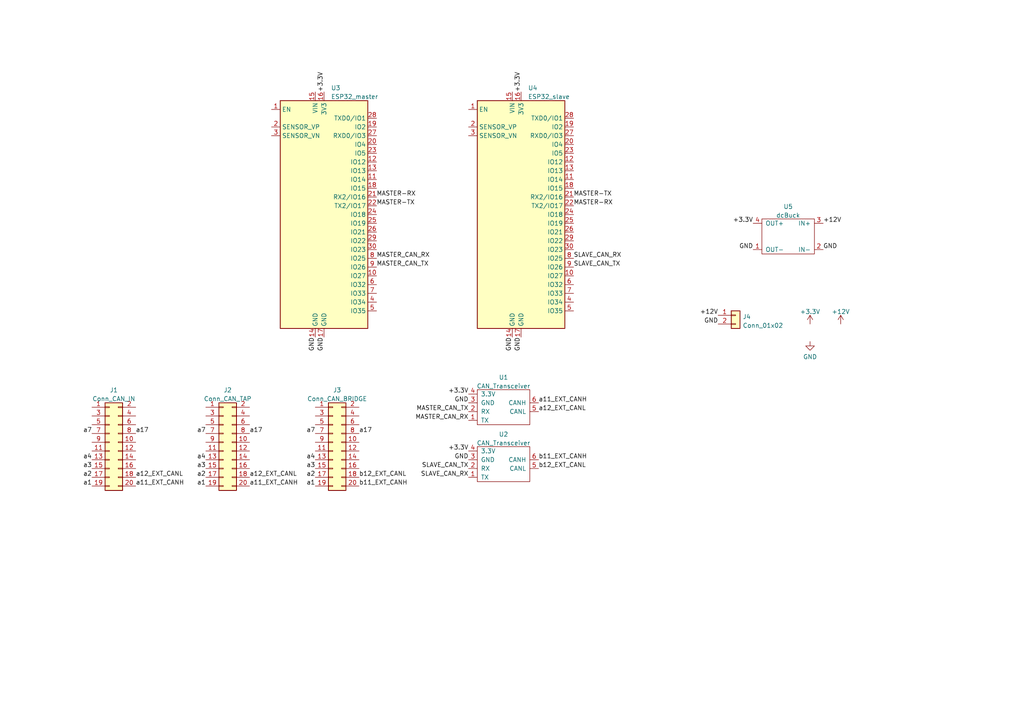
<source format=kicad_sch>
(kicad_sch (version 20211123) (generator eeschema)
  (paper "A4")
  (lib_symbols
    (symbol "Connector_Generic:Conn_01x02" (pin_names (offset 1.016) hide)
      (property "Reference" "J" (at 0 2.54 0))
      (property "Value" "Conn_01x02" (at 0 -5.08 0))
      (symbol "Conn_01x02_1_1"
        (rectangle (start -1.27 -2.413) (end 0 -2.667) (stroke (width 0.1524)))
        (rectangle (start -1.27 0.127) (end 0 -0.127) (stroke (width 0.1524)))
        (rectangle (start -1.27 1.27) (end 1.27 -3.81) (stroke (width 0.254)) (fill (type background)))
        (pin passive line (at -5.08 0 0) (length 3.81) (name "Pin_1") (number "1"))
        (pin passive line (at -5.08 -2.54 0) (length 3.81) (name "Pin_2") (number "2"))
      )
    )
    (symbol "Connector_Generic:Conn_02x10_Odd_Even" (pin_names (offset 1.016) hide)
      (property "Reference" "J" (at 1.27 12.7 0))
      (property "Value" "Conn_02x10_Odd_Even" (at 1.27 -15.24 0))
      (symbol "Conn_02x10_Odd_Even_1_1"
        (rectangle (start -1.27 -12.573) (end 0 -12.827) (stroke (width 0.1524)))
        (rectangle (start -1.27 -10.033) (end 0 -10.287) (stroke (width 0.1524)))
        (rectangle (start -1.27 -7.493) (end 0 -7.747) (stroke (width 0.1524)))
        (rectangle (start -1.27 -4.953) (end 0 -5.207) (stroke (width 0.1524)))
        (rectangle (start -1.27 -2.413) (end 0 -2.667) (stroke (width 0.1524)))
        (rectangle (start -1.27 0.127) (end 0 -0.127) (stroke (width 0.1524)))
        (rectangle (start -1.27 2.667) (end 0 2.413) (stroke (width 0.1524)))
        (rectangle (start -1.27 5.207) (end 0 4.953) (stroke (width 0.1524)))
        (rectangle (start -1.27 7.747) (end 0 7.493) (stroke (width 0.1524)))
        (rectangle (start -1.27 10.287) (end 0 10.033) (stroke (width 0.1524)))
        (rectangle (start -1.27 11.43) (end 3.81 -13.97) (stroke (width 0.254)) (fill (type background)))
        (rectangle (start 3.81 -12.573) (end 2.54 -12.827) (stroke (width 0.1524)))
        (rectangle (start 3.81 -10.033) (end 2.54 -10.287) (stroke (width 0.1524)))
        (rectangle (start 3.81 -7.493) (end 2.54 -7.747) (stroke (width 0.1524)))
        (rectangle (start 3.81 -4.953) (end 2.54 -5.207) (stroke (width 0.1524)))
        (rectangle (start 3.81 -2.413) (end 2.54 -2.667) (stroke (width 0.1524)))
        (rectangle (start 3.81 0.127) (end 2.54 -0.127) (stroke (width 0.1524)))
        (rectangle (start 3.81 2.667) (end 2.54 2.413) (stroke (width 0.1524)))
        (rectangle (start 3.81 5.207) (end 2.54 4.953) (stroke (width 0.1524)))
        (rectangle (start 3.81 7.747) (end 2.54 7.493) (stroke (width 0.1524)))
        (rectangle (start 3.81 10.287) (end 2.54 10.033) (stroke (width 0.1524)))
        (pin passive line (at -5.08 10.16 0) (length 3.81) (name "Pin_1") (number "1"))
        (pin passive line (at 7.62 0 180) (length 3.81) (name "Pin_10") (number "10"))
        (pin passive line (at -5.08 -2.54 0) (length 3.81) (name "Pin_11") (number "11"))
        (pin passive line (at 7.62 -2.54 180) (length 3.81) (name "Pin_12") (number "12"))
        (pin passive line (at -5.08 -5.08 0) (length 3.81) (name "Pin_13") (number "13"))
        (pin passive line (at 7.62 -5.08 180) (length 3.81) (name "Pin_14") (number "14"))
        (pin passive line (at -5.08 -7.62 0) (length 3.81) (name "Pin_15") (number "15"))
        (pin passive line (at 7.62 -7.62 180) (length 3.81) (name "Pin_16") (number "16"))
        (pin passive line (at -5.08 -10.16 0) (length 3.81) (name "Pin_17") (number "17"))
        (pin passive line (at 7.62 -10.16 180) (length 3.81) (name "Pin_18") (number "18"))
        (pin passive line (at -5.08 -12.7 0) (length 3.81) (name "Pin_19") (number "19"))
        (pin passive line (at 7.62 10.16 180) (length 3.81) (name "Pin_2") (number "2"))
        (pin passive line (at 7.62 -12.7 180) (length 3.81) (name "Pin_20") (number "20"))
        (pin passive line (at -5.08 7.62 0) (length 3.81) (name "Pin_3") (number "3"))
        (pin passive line (at 7.62 7.62 180) (length 3.81) (name "Pin_4") (number "4"))
        (pin passive line (at -5.08 5.08 0) (length 3.81) (name "Pin_5") (number "5"))
        (pin passive line (at 7.62 5.08 180) (length 3.81) (name "Pin_6") (number "6"))
        (pin passive line (at -5.08 2.54 0) (length 3.81) (name "Pin_7") (number "7"))
        (pin passive line (at 7.62 2.54 180) (length 3.81) (name "Pin_8") (number "8"))
        (pin passive line (at -5.08 0 0) (length 3.81) (name "Pin_9") (number "9"))
      )
    )
    (symbol "esp32_devkit_v1_doit:CAN_Transceiver" (pin_names (offset 1.016))
      (property "Reference" "U" (at 0 -2.54 0))
      (property "Value" "CAN_Transceiver" (at 0 6.35 0))
      (symbol "CAN_Transceiver_0_1"
        (rectangle (start -7.62 5.08) (end 7.62 -5.08))
      )
      (symbol "CAN_Transceiver_1_1"
        (pin output line (at -10.16 -3.81 0) (length 2.54) (name "TX") (number "1"))
        (pin input line (at -10.16 -1.27 0) (length 2.54) (name "RX") (number "2"))
        (pin power_in line (at -10.16 1.27 0) (length 2.54) (name "GND") (number "3"))
        (pin output line (at -10.16 3.81 0) (length 2.54) (name "3.3V") (number "4"))
        (pin bidirectional line (at 10.16 -1.27 180) (length 2.54) (name "CANL") (number "5"))
        (pin bidirectional line (at 10.16 1.27 180) (length 2.54) (name "CANH") (number "6"))
      )
    )
    (symbol "esp32_devkit_v1_doit:ESP32_DevKit_V1_DOIT"
      (property "Reference" "U" (at -11.43 34.29 0))
      (property "Value" "ESP32_DevKit_V1_DOIT" (at 11.43 34.29 0))
      (symbol "ESP32_DevKit_V1_DOIT_1_1"
        (rectangle (start -12.7 33.02) (end 12.7 -33.02) (stroke (width 0.254)) (fill (type background)))
        (pin input line (at -15.24 30.48 0) (length 2.54) (name "EN") (number "1"))
        (pin bidirectional line (at 15.24 -17.78 180) (length 2.54) (name "IO27") (number "10"))
        (pin bidirectional line (at 15.24 10.16 180) (length 2.54) (name "IO14") (number "11"))
        (pin bidirectional line (at 15.24 15.24 180) (length 2.54) (name "IO12") (number "12"))
        (pin bidirectional line (at 15.24 12.7 180) (length 2.54) (name "IO13") (number "13"))
        (pin power_in line (at -2.54 -35.56 90) (length 2.54) (name "GND") (number "14"))
        (pin power_in line (at -2.54 35.56 270) (length 2.54) (name "VIN") (number "15"))
        (pin power_in line (at 0 35.56 270) (length 2.54) (name "3V3") (number "16"))
        (pin power_in line (at 0 -35.56 90) (length 2.54) (name "GND") (number "17"))
        (pin bidirectional line (at 15.24 7.62 180) (length 2.54) (name "IO15") (number "18"))
        (pin bidirectional line (at 15.24 25.4 180) (length 2.54) (name "IO2") (number "19"))
        (pin input line (at -15.24 25.4 0) (length 2.54) (name "SENSOR_VP") (number "2"))
        (pin bidirectional line (at 15.24 20.32 180) (length 2.54) (name "IO4") (number "20"))
        (pin bidirectional line (at 15.24 5.08 180) (length 2.54) (name "RX2/IO16") (number "21"))
        (pin bidirectional line (at 15.24 2.54 180) (length 2.54) (name "TX2/IO17") (number "22"))
        (pin bidirectional line (at 15.24 17.78 180) (length 2.54) (name "IO5") (number "23"))
        (pin bidirectional line (at 15.24 0 180) (length 2.54) (name "IO18") (number "24"))
        (pin bidirectional line (at 15.24 -2.54 180) (length 2.54) (name "IO19") (number "25"))
        (pin bidirectional line (at 15.24 -5.08 180) (length 2.54) (name "IO21") (number "26"))
        (pin bidirectional line (at 15.24 22.86 180) (length 2.54) (name "RXD0/IO3") (number "27"))
        (pin bidirectional line (at 15.24 27.94 180) (length 2.54) (name "TXD0/IO1") (number "28"))
        (pin bidirectional line (at 15.24 -7.62 180) (length 2.54) (name "IO22") (number "29"))
        (pin input line (at -15.24 22.86 0) (length 2.54) (name "SENSOR_VN") (number "3"))
        (pin bidirectional line (at 15.24 -10.16 180) (length 2.54) (name "IO23") (number "30"))
        (pin input line (at 15.24 -25.4 180) (length 2.54) (name "IO34") (number "4"))
        (pin input line (at 15.24 -27.94 180) (length 2.54) (name "IO35") (number "5"))
        (pin bidirectional line (at 15.24 -20.32 180) (length 2.54) (name "IO32") (number "6"))
        (pin bidirectional line (at 15.24 -22.86 180) (length 2.54) (name "IO33") (number "7"))
        (pin bidirectional line (at 15.24 -12.7 180) (length 2.54) (name "IO25") (number "8"))
        (pin bidirectional line (at 15.24 -15.24 180) (length 2.54) (name "IO26") (number "9"))
      )
    )
    (symbol "esp32_devkit_v1_doit:dcBuck" (pin_names (offset 1.016))
      (property "Reference" "U" (at 0 -2.54 0))
      (property "Value" "dcBuck" (at 0 2.54 0))
      (symbol "dcBuck_0_1"
        (rectangle (start -7.62 5.08) (end 7.62 -5.08))
      )
      (symbol "dcBuck_1_1"
        (pin output line (at -10.16 -3.81 0) (length 2.54) (name "OUT-") (number "1"))
        (pin input line (at 10.16 -3.81 180) (length 2.54) (name "IN-") (number "2"))
        (pin input line (at 10.16 3.81 180) (length 2.54) (name "IN+") (number "3"))
        (pin output line (at -10.16 3.81 0) (length 2.54) (name "OUT+") (number "4"))
      )
    )
    (symbol "power:+12V" (power) (pin_names (offset 0))
      (property "Value" "+12V" (at 0 3.556 0))
      (symbol "+12V_0_1"
        (polyline (pts (xy -0.762 1.27) (xy 0 2.54)))
        (polyline (pts (xy 0 0) (xy 0 2.54)))
        (polyline (pts (xy 0 2.54) (xy 0.762 1.27)))
      )
      (symbol "+12V_1_1"
        (pin power_in line (at 0 0 90) (length 0) hide (name "+12V") (number "1"))
      )
    )
    (symbol "power:+3.3V" (power) (pin_names (offset 0))
      (property "Value" "+3.3V" (at 0 3.556 0))
      (symbol "+3.3V_0_1"
        (polyline (pts (xy -0.762 1.27) (xy 0 2.54)))
        (polyline (pts (xy 0 0) (xy 0 2.54)))
        (polyline (pts (xy 0 2.54) (xy 0.762 1.27)))
      )
      (symbol "+3.3V_1_1"
        (pin power_in line (at 0 0 90) (length 0) hide (name "+3.3V") (number "1"))
      )
    )
    (symbol "power:GND" (power) (pin_names (offset 0))
      (property "Value" "GND" (at 0 -3.81 0))
      (symbol "GND_0_1"
        (polyline (pts (xy 0 0) (xy 0 -1.27) (xy 1.27 -1.27) (xy 0 -2.54) (xy -1.27 -1.27) (xy 0 -1.27)))
      )
      (symbol "GND_1_1"
        (pin power_in line (at 0 0 270) (length 0) hide (name "GND") (number "1"))
      )
    )
  )
  (label "a1" (at 26.67 140.97 180))
  (label "a17" (at 104.14 125.73 0))
  (label "GND" (at 208.28 93.98 180))
  (label "a3" (at 91.44 135.89 180))
  (label "SLAVE_CAN_RX" (at 166.37 74.93 0))
  (label "b11_EXT_CANH" (at 156.21 133.35 0))
  (label "a12_EXT_CANL" (at 156.21 119.38 0))
  (label "+3.3V" (at 135.89 130.81 180))
  (label "GND" (at 93.98 97.79 270))
  (label "a4" (at 26.67 133.35 180))
  (label "a17" (at 39.37 125.73 0))
  (label "+3.3V" (at 218.44 64.77 180))
  (label "+3.3V" (at 151.13 26.67 90))
  (label "SLAVE_CAN_TX" (at 135.89 135.89 180))
  (label "MASTER-RX" (at 166.37 59.69 0))
  (label "SLAVE_CAN_TX" (at 166.37 77.47 0))
  (label "a11_EXT_CANH" (at 72.39 140.97 0))
  (label "GND" (at 148.59 97.79 270))
  (label "b12_EXT_CANL" (at 156.21 135.89 0))
  (label "MASTER_CAN_RX" (at 135.89 121.92 180))
  (label "a2" (at 26.67 138.43 180))
  (label "+3.3V" (at 93.98 26.67 90))
  (label "+3.3V" (at 135.89 114.3 180))
  (label "MASTER_CAN_RX" (at 109.22 74.93 0))
  (label "GND" (at 91.44 97.79 270))
  (label "a11_EXT_CANH" (at 39.37 140.97 0))
  (label "a1" (at 91.44 140.97 180))
  (label "a12_EXT_CANL" (at 39.37 138.43 0))
  (label "MASTER-TX" (at 109.22 59.69 0))
  (label "a1" (at 59.69 140.97 180))
  (label "a4" (at 59.69 133.35 180))
  (label "MASTER_CAN_TX" (at 135.89 119.38 180))
  (label "a3" (at 59.69 135.89 180))
  (label "a2" (at 91.44 138.43 180))
  (label "GND" (at 238.76 72.39 0))
  (label "b11_EXT_CANH" (at 104.14 140.97 0))
  (label "a7" (at 26.67 125.73 180))
  (label "GND" (at 135.89 133.35 180))
  (label "MASTER-RX" (at 109.22 57.15 0))
  (label "a7" (at 59.69 125.73 180))
  (label "a11_EXT_CANH" (at 156.21 116.84 0))
  (label "MASTER-TX" (at 166.37 57.15 0))
  (label "a12_EXT_CANL" (at 72.39 138.43 0))
  (label "GND" (at 151.13 97.79 270))
  (label "a17" (at 72.39 125.73 0))
  (label "MASTER_CAN_TX" (at 109.22 77.47 0))
  (label "GND" (at 218.44 72.39 180))
  (label "a3" (at 26.67 135.89 180))
  (label "a7" (at 91.44 125.73 180))
  (label "+12V" (at 208.28 91.44 180))
  (label "GND" (at 135.89 116.84 180))
  (label "a2" (at 59.69 138.43 180))
  (label "SLAVE_CAN_RX" (at 135.89 138.43 180))
  (label "b12_EXT_CANL" (at 104.14 138.43 0))
  (label "a4" (at 91.44 133.35 180))
  (label "+12V" (at 238.76 64.77 0))
  (symbol (lib_id "Connector_Generic:Conn_01x02") (at 213.36 91.44 0) (unit 1)
    (property "Reference" "J4" (at 215.392 91.8753 0) (effects (justify left)))
    (property "Value" "Conn_01x02" (at 215.392 94.4122 0) (effects (justify left)))
    (property "Footprint" "Connector_JST:JST_EH_B2B-EH-A_1x02_P2.50mm_Vertical" (effects hide))
  )
  (symbol (lib_id "esp32_devkit_v1_doit:CAN_Transceiver") (at 146.05 118.11 0) (unit 1)
    (property "Reference" "U1" (at 146.05 109.4572 0))
    (property "Value" "CAN_Transceiver" (at 146.05 111.9941 0))
    (property "Footprint" "footprints:CAN_Transciever" (effects hide))
  )
  (symbol (lib_id "esp32_devkit_v1_doit:ESP32_DevKit_V1_DOIT") (at 93.98 62.23 0) (unit 1)
    (property "Reference" "U3" (at 95.9994 25.5102 0) (effects (justify left)))
    (property "Value" "ESP32_master" (at 95.9994 28.0471 0) (effects (justify left)))
    (property "Footprint" "footprints:esp32_devkit_v1_doit" (effects hide))
    (property "Datasheet" "https://aliexpress.com/item/32864722159.html" (effects hide))
  )
  (symbol (lib_id "esp32_devkit_v1_doit:dcBuck") (at 228.6 68.58 0) (unit 1)
    (property "Reference" "U5" (at 228.6 59.9272 0))
    (property "Value" "dcBuck" (at 228.6 62.4641 0))
    (property "Footprint" "footprints:dcbuck" (effects hide))
    (property "Datasheet" "https://drive.google.com/file/d/1TyeEFHKoOEfpCkD0uI2zDwNKY0V3_kpH/view?usp=sharing" (effects hide))
  )
  (symbol (lib_id "esp32_devkit_v1_doit:ESP32_DevKit_V1_DOIT") (at 151.13 62.23 0) (unit 1)
    (property "Reference" "U4" (at 153.1494 25.5102 0) (effects (justify left)))
    (property "Value" "ESP32_slave" (at 153.1494 28.0471 0) (effects (justify left)))
    (property "Footprint" "footprints:esp32_devkit_v1_doit" (effects hide))
    (property "Datasheet" "https://aliexpress.com/item/32864722159.html" (effects hide))
  )
  (symbol (lib_id "Connector_Generic:Conn_02x10_Odd_Even") (at 64.77 128.27 0) (unit 1)
    (property "Reference" "J2" (at 66.04 113.1402 0))
    (property "Value" "Conn_CAN_TAP" (at 66.04 115.6771 0))
    (property "Footprint" "footprints:VW T20d connector" (effects hide))
  )
  (symbol (lib_id "power:+3.3V") (at 234.95 93.98 0) (unit 1)
    (property "Reference" "#PWR0102" (effects hide))
    (property "Value" "+3.3V" (at 234.95 90.4042 0))
  )
  (symbol (lib_id "esp32_devkit_v1_doit:CAN_Transceiver") (at 146.05 134.62 0) (unit 1)
    (property "Reference" "U2" (at 146.05 125.9672 0))
    (property "Value" "CAN_Transceiver" (at 146.05 128.5041 0))
    (property "Footprint" "footprints:CAN_Transciever" (effects hide))
  )
  (symbol (lib_id "Connector_Generic:Conn_02x10_Odd_Even") (at 96.52 128.27 0) (unit 1)
    (property "Reference" "J3" (at 97.79 113.1402 0))
    (property "Value" "Conn_CAN_BRIDGE" (at 97.79 115.6771 0))
    (property "Footprint" "footprints:VW T20d connector" (effects hide))
  )
  (symbol (lib_id "power:GND") (at 234.95 99.06 0) (unit 1)
    (property "Reference" "#PWR0101" (effects hide))
    (property "Value" "GND" (at 234.95 103.5034 0))
  )
  (symbol (lib_id "Connector_Generic:Conn_02x10_Odd_Even") (at 31.75 128.27 0) (unit 1)
    (property "Reference" "J1" (at 33.02 113.1402 0))
    (property "Value" "Conn_CAN_IN" (at 33.02 115.6771 0))
    (property "Footprint" "Connector_PinHeader_2.54mm:PinHeader_2x10_P2.54mm_Vertical" (effects hide))
  )
  (symbol (lib_id "power:+12V") (at 243.84 93.98 0) (unit 1)
    (property "Reference" "#PWR0103" (effects hide))
    (property "Value" "+12V" (at 243.84 90.4042 0))
  )
)
</source>
